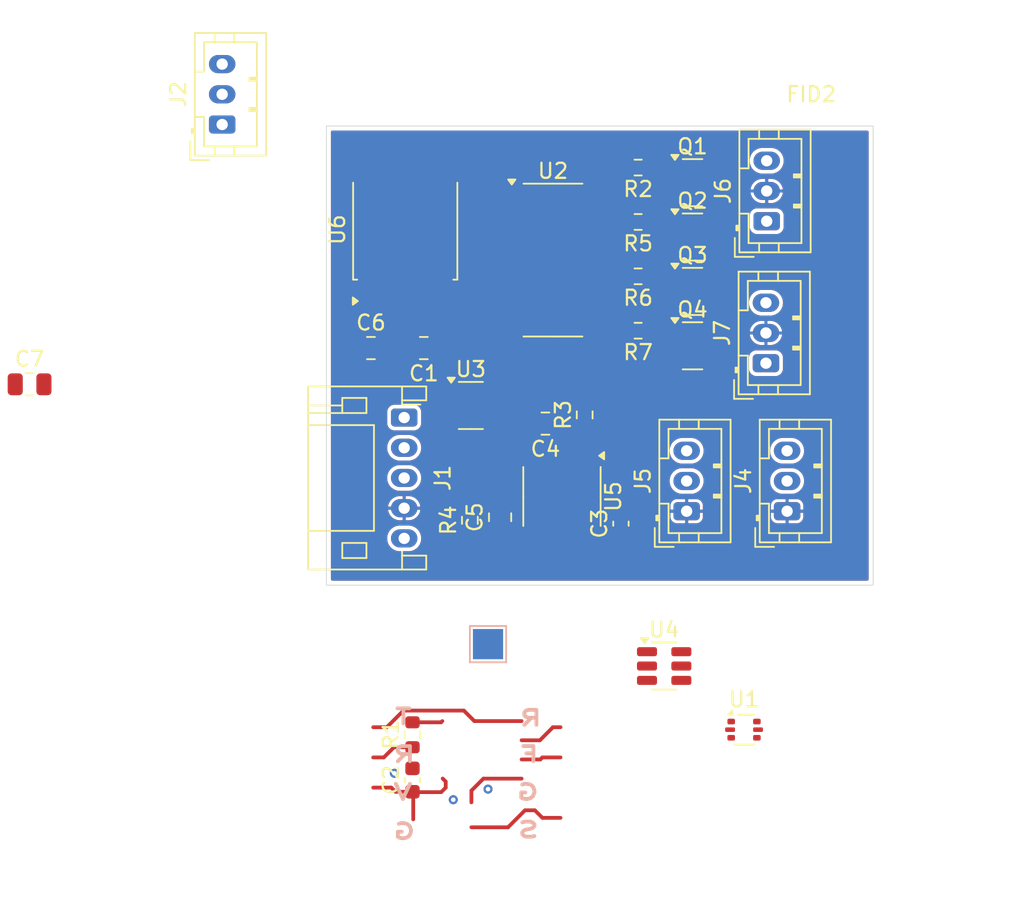
<source format=kicad_pcb>
(kicad_pcb (version 20240108) (generator "pcbnew") (generator_version "8.0")
  (layers (0 "F.Cu" signal) (31 "B.Cu" signal) (34 "B.Paste" user) (35 "F.Paste" user) (36 "B.SilkS" user "B.Silkscreen") (37 "F.SilkS" user "F.Silkscreen") (38 "B.Mask" user) (39 "F.Mask" user) (44 "Edge.Cuts" user))
  (net 0 "")
  (net 1 "+5V")
  (net 2 "GND")
  (net 3 "Net-(J1-Pin_2)")
  (net 5 "/URX")
  (net 6 "/SWIO")
  (net 8 "Net-(Q1-B)")
  (net 22 "Net-(J4-Pin_2)")
  (net 23 "Net-(J5-Pin_2)")
  (net 24 "Net-(U5A-+)")
  (net 25 "Net-(U5B-+)")
  (net 26 "Net-(J6-Pin_3)")
  (net 27 "Net-(J6-Pin_1)")
  (net 28 "Net-(J7-Pin_3)")
  (net 29 "Net-(J7-Pin_1)")
  (net 30 "Net-(Q2-B)")
  (net 31 "Net-(Q3-B)")
  (net 32 "Net-(Q4-B)")
  (net 33 "/F1")
  (net 34 "/PWM1")
  (net 35 "/PWM2")
  (net 36 "/R1")
  (net 55 "+12V")
  (footprint "Package_SO:SOP-16_3.9x9.9mm_P1.27mm" (layer "F.Cu") (at 170.9 75.975)
    (property "Reference" "U2" (at 0 -5.9 0) (layer "F.SilkS"))
    (property "Value" "CH32V003AxMx")
    (fp_line (start 0 -5.06) (end -1.95 -5.06) (stroke (width 0.12)) (layer "F.SilkS"))
    (fp_line (start 0 -5.06) (end 1.95 -5.06) (stroke (width 0.12)) (layer "F.SilkS"))
    (fp_line (start 0 5.06) (end -1.95 5.06) (stroke (width 0.12)) (layer "F.SilkS"))
    (fp_line (start 0 5.06) (end 1.95 5.06) (stroke (width 0.12)) (layer "F.SilkS"))
    (fp_poly (pts (xy -2.725 -5.005) (xy -2.965 -5.335) (xy -2.485 -5.335) (xy -2.725 -5.005)) (stroke (width 0.12)) (fill solid) (layer "F.SilkS"))
    (pad "1" smd roundrect (at -2.5 -4.445) (size 2 0.6) (layers "F.Cu" "F.Paste" "F.Mask"))
    (pad "2" smd roundrect (at -2.5 -3.175) (size 2 0.6) (layers "F.Cu" "F.Paste" "F.Mask"))
    (pad "3" smd roundrect (at -2.5 -1.905) (size 2 0.6) (layers "F.Cu" "F.Paste" "F.Mask"))
    (pad "4" smd roundrect (at -2.5 -0.635) (size 2 0.6) (layers "F.Cu" "F.Paste" "F.Mask"))
    (pad "5" smd roundrect (at -2.5 0.635) (size 2 0.6) (layers "F.Cu" "F.Paste" "F.Mask"))
    (pad "6" smd roundrect (at -2.5 1.905) (size 2 0.6) (layers "F.Cu" "F.Paste" "F.Mask") (net 6 "/SWIO"))
    (pad "7" smd roundrect (at -2.5 3.175) (size 2 0.6) (layers "F.Cu" "F.Paste" "F.Mask"))
    (pad "8" smd roundrect (at -2.5 4.445) (size 2 0.6) (layers "F.Cu" "F.Paste" "F.Mask"))
    (pad "9" smd roundrect (at 2.5 4.445) (size 2 0.6) (layers "F.Cu" "F.Paste" "F.Mask"))
    (pad "10" smd roundrect (at 2.5 3.175) (size 2 0.6) (layers "F.Cu" "F.Paste" "F.Mask"))
    (pad "11" smd roundrect (at 2.5 1.905) (size 2 0.6) (layers "F.Cu" "F.Paste" "F.Mask"))
    (pad "12" smd roundrect (at 2.5 0.635) (size 2 0.6) (layers "F.Cu" "F.Paste" "F.Mask"))
    (pad "13" smd roundrect (at 2.5 -0.635) (size 2 0.6) (layers "F.Cu" "F.Paste" "F.Mask"))
    (pad "14" smd roundrect (at 2.5 -1.905) (size 2 0.6) (layers "F.Cu" "F.Paste" "F.Mask") (net 2 "GND"))
    (pad "15" smd roundrect (at 2.5 -3.175) (size 2 0.6) (layers "F.Cu" "F.Paste" "F.Mask") (net 1 "+5V"))
    (pad "16" smd roundrect (at 2.5 -4.445) (size 2 0.6) (layers "F.Cu" "F.Paste" "F.Mask"))
  )
  (footprint "Package_TO_SOT_SMD:SOT-23" (layer "F.Cu") (at 180.1375 70.85)
    (property "Reference" "Q1" (at 0 -2.4 0) (layer "F.SilkS"))
    (property "Value" "BC817")
    (fp_line (start 0 -1.56) (end -0.65 -1.56) (stroke (width 0.12)) (layer "F.SilkS"))
    (fp_line (start 0 -1.56) (end 0.65 -1.56) (stroke (width 0.12)) (layer "F.SilkS"))
    (fp_line (start 0 1.56) (end -0.65 1.56) (stroke (width 0.12)) (layer "F.SilkS"))
    (fp_line (start 0 1.56) (end 0.65 1.56) (stroke (width 0.12)) (layer "F.SilkS"))
    (fp_poly (pts (xy -1.1625 -1.51) (xy -1.4025 -1.84) (xy -0.9225 -1.84) (xy -1.1625 -1.51)) (stroke (width 0.12)) (fill solid) (layer "F.SilkS"))
    (pad "1" smd roundrect (at -0.9375 -0.95) (size 1.475 0.6) (layers "F.Cu" "F.Paste" "F.Mask") (net 8 "Net-(Q1-B)"))
    (pad "2" smd roundrect (at -0.9375 0.95) (size 1.475 0.6) (layers "F.Cu" "F.Paste" "F.Mask") (net 2 "GND"))
    (pad "3" smd roundrect (at 0.9375 0) (size 1.475 0.6) (layers "F.Cu" "F.Paste" "F.Mask") (net 26 "Net-(J6-Pin_3)"))
  )
  (footprint "Package_TO_SOT_SMD:SOT-23-6" (layer "F.Cu") (at 165.4625 85.6)
    (property "Reference" "U3" (at 0 -2.4 0) (layer "F.SilkS"))
    (property "Value" "USBLC6-2SC6")
    (fp_line (start 0 -1.56) (end -0.8 -1.56) (stroke (width 0.12)) (layer "F.SilkS"))
    (fp_line (start 0 -1.56) (end 0.8 -1.56) (stroke (width 0.12)) (layer "F.SilkS"))
    (fp_line (start 0 1.56) (end -0.8 1.56) (stroke (width 0.12)) (layer "F.SilkS"))
    (fp_line (start 0 1.56) (end 0.8 1.56) (stroke (width 0.12)) (layer "F.SilkS"))
    (fp_poly (pts (xy -1.3 -1.51) (xy -1.54 -1.84) (xy -1.06 -1.84) (xy -1.3 -1.51)) (stroke (width 0.12)) (fill solid) (layer "F.SilkS"))
    (pad "1" smd roundrect (at -1.1375 -0.95) (size 1.325 0.6) (layers "F.Cu" "F.Paste" "F.Mask"))
    (pad "2" smd roundrect (at -1.1375 0) (size 1.325 0.6) (layers "F.Cu" "F.Paste" "F.Mask"))
    (pad "3" smd roundrect (at -1.1375 0.95) (size 1.325 0.6) (layers "F.Cu" "F.Paste" "F.Mask"))
    (pad "4" smd roundrect (at 1.1375 0.95) (size 1.325 0.6) (layers "F.Cu" "F.Paste" "F.Mask"))
    (pad "5" smd roundrect (at 1.1375 0) (size 1.325 0.6) (layers "F.Cu" "F.Paste" "F.Mask"))
    (pad "6" smd roundrect (at 1.1375 -0.95) (size 1.325 0.6) (layers "F.Cu" "F.Paste" "F.Mask"))
  )
  (footprint "Connector_JST:JST_PH_B3B-PH-K_1x03_P2.00mm_Vertical" (layer "F.Cu") (at 179.75 92.600002 90)
    (property "Reference" "J5" (at 2 -2.9 -90) (layer "F.SilkS"))
    (property "Value" "Conn_01x03_Pin")
    (fp_line (start -1.11 -2.11) (end -2.36 -2.11) (stroke (width 0.12)) (layer "F.SilkS"))
    (fp_line (start -2.36 -2.11) (end -2.36 -0.86) (stroke (width 0.12)) (layer "F.SilkS"))
    (fp_line (start -0.3 -2.010001) (end -0.6 -2.010001) (stroke (width 0.12)) (layer "F.SilkS"))
    (fp_line (start -0.6 -2.010001) (end -0.6 -1.81) (stroke (width 0.12)) (layer "F.SilkS"))
    (fp_line (start -0.3 -1.91) (end -0.6 -1.91) (stroke (width 0.12)) (layer "F.SilkS"))
    (fp_line (start 6.06 -1.81) (end -2.06 -1.81) (stroke (width 0.12)) (layer "F.SilkS"))
    (fp_line (start 0.5 -1.81) (end 0.5 -1.200001) (stroke (width 0.12)) (layer "F.SilkS"))
    (fp_line (start -0.3 -1.81) (end -0.3 -2.010001) (stroke (width 0.12)) (layer "F.SilkS"))
    (fp_line (start -2.06 -1.81) (end -2.06 2.91) (stroke (width 0.12)) (layer "F.SilkS"))
    (fp_line (start 0.5 -1.200001) (end -1.45 -1.2) (stroke (width 0.12)) (layer "F.SilkS"))
    (fp_line (start 5.45 -1.2) (end 3.5 -1.2) (stroke (width 0.12)) (layer "F.SilkS"))
    (fp_line (start 3.5 -1.2) (end 3.5 -1.81) (stroke (width 0.12)) (layer "F.SilkS"))
    (fp_line (start -1.45 -1.2) (end -1.45 2.3) (stroke (width 0.12)) (layer "F.SilkS"))
    (fp_line (start 6.06 -0.499999) (end 5.45 -0.499999) (stroke (width 0.12)) (layer "F.SilkS"))
    (fp_line (start -2.06 -0.499999) (end -1.45 -0.5) (stroke (width 0.12)) (layer "F.SilkS"))
    (fp_line (start -2.06 0.799999) (end -1.45 0.8) (stroke (width 0.12)) (layer "F.SilkS"))
    (fp_line (start 6.060001 0.8) (end 5.45 0.799999) (stroke (width 0.12)) (layer "F.SilkS"))
    (fp_line (start 3.1 1.8) (end 3.1 2.300001) (stroke (width 0.12)) (layer "F.SilkS"))
    (fp_line (start 2.9 1.8) (end 3.1 1.8) (stroke (width 0.12)) (layer "F.SilkS"))
    (fp_line (start 1.1 1.8) (end 1.1 2.3) (stroke (width 0.12)) (layer "F.SilkS"))
    (fp_line (start 0.9 1.8) (end 1.1 1.8) (stroke (width 0.12)) (layer "F.SilkS"))
    (fp_line (start 3 2.3) (end 3 1.8) (stroke (width 0.12)) (layer "F.SilkS"))
    (fp_line (start 2.9 2.3) (end 2.9 1.8) (stroke (width 0.12)) (layer "F.SilkS"))
    (fp_line (start 1 2.3) (end 1 1.8) (stroke (width 0.12)) (layer "F.SilkS"))
    (fp_line (start 0.900001 2.3) (end 0.9 1.8) (stroke (width 0.12)) (layer "F.SilkS"))
    (fp_line (start -1.45 2.3) (end 5.45 2.300001) (stroke (width 0.12)) (layer "F.SilkS"))
    (fp_line (start 5.45 2.300001) (end 5.45 -1.2) (stroke (width 0.12)) (layer "F.SilkS"))
    (fp_line (start 6.06 2.91) (end 6.06 -1.81) (stroke (width 0.12)) (layer "F.SilkS"))
    (fp_line (start -2.06 2.91) (end 6.06 2.91) (stroke (width 0.12)) (layer "F.SilkS"))
    (pad "1" thru_hole roundrect (at 0 0 90) (size 1.2 1.75) (drill 0.75) (layers "*.Cu" "*.Mask") (roundrect_rratio 0.208333) (net 2 "GND"))
    (pad "2" thru_hole oval (at 2.000001 0 90) (size 1.2 1.75) (drill 0.75) (layers "*.Cu" "*.Mask") (net 23 "Net-(J5-Pin_2)"))
    (pad "3" thru_hole oval (at 4 0 90) (size 1.2 1.75) (drill 0.75) (layers "*.Cu" "*.Mask") (net 1 "+5V"))
  )
  (footprint "Capacitor_SMD:C_0805_2012Metric" (layer "F.Cu") (at 158.85 81.8)
    (property "Reference" "C6" (at 0 -1.68 0) (layer "F.SilkS"))
    (property "Value" "10uF")
    (fp_line (start -0.261252 -0.735) (end 0.261252 -0.735) (stroke (width 0.12)) (layer "F.SilkS"))
    (fp_line (start -0.261252 0.735) (end 0.261252 0.735) (stroke (width 0.12)) (layer "F.SilkS"))
    (pad "1" smd roundrect (at -0.95 0) (size 1 1.45) (layers "F.Cu" "F.Paste" "F.Mask") (net 55 "+12V"))
    (pad "2" smd roundrect (at 0.95 0) (size 1 1.45) (layers "F.Cu" "F.Paste" "F.Mask") (net 2 "GND"))
  )
  (footprint "Resistor_SMD:R_0603_1608Metric" (layer "F.Cu") (at 176.5375 69.85 180)
    (property "Reference" "R2" (at 0 -1.43 180) (layer "F.SilkS"))
    (property "Value" "4.7k")
    (fp_line (start -0.237258 0.5225) (end 0.237258 0.5225) (stroke (width 0.12)) (layer "F.SilkS"))
    (fp_line (start -0.237258 -0.5225) (end 0.237258 -0.5225) (stroke (width 0.12)) (layer "F.SilkS"))
    (pad "1" smd roundrect (at -0.825 0 180) (size 0.8 0.95) (layers "F.Cu" "F.Paste" "F.Mask") (net 8 "Net-(Q1-B)"))
    (pad "2" smd roundrect (at 0.825 0 180) (size 0.8 0.95) (layers "F.Cu" "F.Paste" "F.Mask") (net 33 "/F1"))
  )
  (footprint "Connector_JST:JST_PH_B3B-PH-K_1x03_P2.00mm_Vertical" (layer "F.Cu") (at 149 67 90)
    (property "Reference" "J2" (at 2 -2.9 -90) (layer "F.SilkS"))
    (property "Value" "Conn_01x03_Pin")
    (fp_line (start -1.11 -2.11) (end -2.36 -2.11) (stroke (width 0.12)) (layer "F.SilkS"))
    (fp_line (start -2.36 -2.11) (end -2.36 -0.86) (stroke (width 0.12)) (layer "F.SilkS"))
    (fp_line (start -0.3 -2.010001) (end -0.6 -2.010001) (stroke (width 0.12)) (layer "F.SilkS"))
    (fp_line (start -0.6 -2.010001) (end -0.6 -1.81) (stroke (width 0.12)) (layer "F.SilkS"))
    (fp_line (start -0.3 -1.91) (end -0.6 -1.91) (stroke (width 0.12)) (layer "F.SilkS"))
    (fp_line (start 6.06 -1.81) (end -2.06 -1.81) (stroke (width 0.12)) (layer "F.SilkS"))
    (fp_line (start 0.5 -1.81) (end 0.5 -1.200001) (stroke (width 0.12)) (layer "F.SilkS"))
    (fp_line (start -0.3 -1.81) (end -0.3 -2.010001) (stroke (width 0.12)) (layer "F.SilkS"))
    (fp_line (start -2.06 -1.81) (end -2.06 2.91) (stroke (width 0.12)) (layer "F.SilkS"))
    (fp_line (start 0.5 -1.200001) (end -1.45 -1.2) (stroke (width 0.12)) (layer "F.SilkS"))
    (fp_line (start 5.45 -1.2) (end 3.5 -1.2) (stroke (width 0.12)) (layer "F.SilkS"))
    (fp_line (start 3.5 -1.2) (end 3.5 -1.81) (stroke (width 0.12)) (layer "F.SilkS"))
    (fp_line (start -1.45 -1.2) (end -1.45 2.3) (stroke (width 0.12)) (layer "F.SilkS"))
    (fp_line (start 6.06 -0.499999) (end 5.45 -0.499999) (stroke (width 0.12)) (layer "F.SilkS"))
    (fp_line (start -2.06 -0.499999) (end -1.45 -0.5) (stroke (width 0.12)) (layer "F.SilkS"))
    (fp_line (start -2.06 0.799999) (end -1.45 0.8) (stroke (width 0.12)) (layer "F.SilkS"))
    (fp_line (start 6.060001 0.8) (end 5.45 0.799999) (stroke (width 0.12)) (layer "F.SilkS"))
    (fp_line (start 3.1 1.8) (end 3.1 2.300001) (stroke (width 0.12)) (layer "F.SilkS"))
    (fp_line (start 2.9 1.8) (end 3.1 1.8) (stroke (width 0.12)) (layer "F.SilkS"))
    (fp_line (start 1.1 1.8) (end 1.1 2.3) (stroke (width 0.12)) (layer "F.SilkS"))
    (fp_line (start 0.9 1.8) (end 1.1 1.8) (stroke (width 0.12)) (layer "F.SilkS"))
    (fp_line (start 3 2.3) (end 3 1.8) (stroke (width 0.12)) (layer "F.SilkS"))
    (fp_line (start 2.9 2.3) (end 2.9 1.8) (stroke (width 0.12)) (layer "F.SilkS"))
    (fp_line (start 1 2.3) (end 1 1.8) (stroke (width 0.12)) (layer "F.SilkS"))
    (fp_line (start 0.900001 2.3) (end 0.9 1.8) (stroke (width 0.12)) (layer "F.SilkS"))
    (fp_line (start -1.45 2.3) (end 5.45 2.300001) (stroke (width 0.12)) (layer "F.SilkS"))
    (fp_line (start 5.45 2.300001) (end 5.45 -1.2) (stroke (width 0.12)) (layer "F.SilkS"))
    (fp_line (start 6.06 2.91) (end 6.06 -1.81) (stroke (width 0.12)) (layer "F.SilkS"))
    (fp_line (start -2.06 2.91) (end 6.06 2.91) (stroke (width 0.12)) (layer "F.SilkS"))
    (pad "1" thru_hole roundrect (at 0 0 90) (size 1.2 1.75) (drill 0.75) (layers "*.Cu" "*.Mask") (roundrect_rratio 0.208333) (net 1 "+5V"))
    (pad "2" thru_hole oval (at 2.000001 0 90) (size 1.2 1.75) (drill 0.75) (layers "*.Cu" "*.Mask") (net 6 "/SWIO"))
    (pad "3" thru_hole oval (at 4 0 90) (size 1.2 1.75) (drill 0.75) (layers "*.Cu" "*.Mask") (net 2 "GND"))
  )
  (footprint "Capacitor_SMD:C_0805_2012Metric" (layer "F.Cu") (at 170.4 86.8 180)
    (property "Reference" "C4" (at 0 -1.679999 180) (layer "F.SilkS"))
    (property "Value" "10uF")
    (fp_line (start -0.261253 0.735) (end 0.261253 0.735) (stroke (width 0.12)) (layer "F.SilkS"))
    (fp_line (start -0.261253 -0.735) (end 0.261253 -0.735) (stroke (width 0.12)) (layer "F.SilkS"))
    (pad "1" smd roundrect (at -0.949999 0 180) (size 1 1.45) (layers "F.Cu" "F.Paste" "F.Mask") (net 24 "Net-(U5A-+)"))
    (pad "2" smd roundrect (at 0.949999 0 180) (size 1 1.45) (layers "F.Cu" "F.Paste" "F.Mask") (net 2 "GND"))
  )
  (footprint "Connector_JST:JST_PH_B3B-PH-K_1x03_P2.00mm_Vertical" (layer "F.Cu") (at 186.4 92.600001 90)
    (property "Reference" "J4" (at 2 -2.9 -90) (layer "F.SilkS"))
    (property "Value" "Conn_01x03_Pin")
    (fp_line (start -1.11 -2.11) (end -2.36 -2.11) (stroke (width 0.12)) (layer "F.SilkS"))
    (fp_line (start -2.36 -2.11) (end -2.36 -0.86) (stroke (width 0.12)) (layer "F.SilkS"))
    (fp_line (start -0.3 -2.010001) (end -0.6 -2.010001) (stroke (width 0.12)) (layer "F.SilkS"))
    (fp_line (start -0.6 -2.010001) (end -0.6 -1.81) (stroke (width 0.12)) (layer "F.SilkS"))
    (fp_line (start -0.3 -1.91) (end -0.6 -1.91) (stroke (width 0.12)) (layer "F.SilkS"))
    (fp_line (start 6.06 -1.81) (end -2.06 -1.81) (stroke (width 0.12)) (layer "F.SilkS"))
    (fp_line (start 0.5 -1.81) (end 0.5 -1.200001) (stroke (width 0.12)) (layer "F.SilkS"))
    (fp_line (start -0.3 -1.81) (end -0.3 -2.010001) (stroke (width 0.12)) (layer "F.SilkS"))
    (fp_line (start -2.06 -1.81) (end -2.06 2.91) (stroke (width 0.12)) (layer "F.SilkS"))
    (fp_line (start 0.5 -1.200001) (end -1.45 -1.2) (stroke (width 0.12)) (layer "F.SilkS"))
    (fp_line (start 5.45 -1.2) (end 3.5 -1.2) (stroke (width 0.12)) (layer "F.SilkS"))
    (fp_line (start 3.5 -1.2) (end 3.5 -1.81) (stroke (width 0.12)) (layer "F.SilkS"))
    (fp_line (start -1.45 -1.2) (end -1.45 2.3) (stroke (width 0.12)) (layer "F.SilkS"))
    (fp_line (start 6.06 -0.499999) (end 5.45 -0.499999) (stroke (width 0.12)) (layer "F.SilkS"))
    (fp_line (start -2.06 -0.499999) (end -1.45 -0.5) (stroke (width 0.12)) (layer "F.SilkS"))
    (fp_line (start -2.06 0.799999) (end -1.45 0.8) (stroke (width 0.12)) (layer "F.SilkS"))
    (fp_line (start 6.060001 0.8) (end 5.45 0.799999) (stroke (width 0.12)) (layer "F.SilkS"))
    (fp_line (start 3.1 1.8) (end 3.1 2.300001) (stroke (width 0.12)) (layer "F.SilkS"))
    (fp_line (start 2.9 1.8) (end 3.1 1.8) (stroke (width 0.12)) (layer "F.SilkS"))
    (fp_line (start 1.1 1.8) (end 1.1 2.3) (stroke (width 0.12)) (layer "F.SilkS"))
    (fp_line (start 0.9 1.8) (end 1.1 1.8) (stroke (width 0.12)) (layer "F.SilkS"))
    (fp_line (start 3 2.3) (end 3 1.8) (stroke (width 0.12)) (layer "F.SilkS"))
    (fp_line (start 2.9 2.3) (end 2.9 1.8) (stroke (width 0.12)) (layer "F.SilkS"))
    (fp_line (start 1 2.3) (end 1 1.8) (stroke (width 0.12)) (layer "F.SilkS"))
    (fp_line (start 0.900001 2.3) (end 0.9 1.8) (stroke (width 0.12)) (layer "F.SilkS"))
    (fp_line (start -1.45 2.3) (end 5.45 2.300001) (stroke (width 0.12)) (layer "F.SilkS"))
    (fp_line (start 5.45 2.300001) (end 5.45 -1.2) (stroke (width 0.12)) (layer "F.SilkS"))
    (fp_line (start 6.06 2.91) (end 6.06 -1.81) (stroke (width 0.12)) (layer "F.SilkS"))
    (fp_line (start -2.06 2.91) (end 6.06 2.91) (stroke (width 0.12)) (layer "F.SilkS"))
    (pad "1" thru_hole roundrect (at 0 0 90) (size 1.2 1.75) (drill 0.75) (layers "*.Cu" "*.Mask") (roundrect_rratio 0.208333) (net 2 "GND"))
    (pad "2" thru_hole oval (at 2.000001 0 90) (size 1.2 1.75) (drill 0.75) (layers "*.Cu" "*.Mask") (net 22 "Net-(J4-Pin_2)"))
    (pad "3" thru_hole oval (at 4 0 90) (size 1.2 1.75) (drill 0.75) (layers "*.Cu" "*.Mask") (net 1 "+5V"))
  )
  (footprint "Package_TO_SOT_SMD:SOT-23" (layer "F.Cu") (at 180.1375 74.45)
    (property "Reference" "Q2" (at 0 -2.4 0) (layer "F.SilkS"))
    (property "Value" "BC817")
    (fp_line (start 0 -1.56) (end -0.65 -1.56) (stroke (width 0.12)) (layer "F.SilkS"))
    (fp_line (start 0 -1.56) (end 0.65 -1.56) (stroke (width 0.12)) (layer "F.SilkS"))
    (fp_line (start 0 1.56) (end -0.65 1.56) (stroke (width 0.12)) (layer "F.SilkS"))
    (fp_line (start 0 1.56) (end 0.65 1.56) (stroke (width 0.12)) (layer "F.SilkS"))
    (fp_poly (pts (xy -1.1625 -1.51) (xy -1.4025 -1.84) (xy -0.9225 -1.84) (xy -1.1625 -1.51)) (stroke (width 0.12)) (fill solid) (layer "F.SilkS"))
    (pad "1" smd roundrect (at -0.9375 -0.95) (size 1.475 0.6) (layers "F.Cu" "F.Paste" "F.Mask") (net 30 "Net-(Q2-B)"))
    (pad "2" smd roundrect (at -0.9375 0.95) (size 1.475 0.6) (layers "F.Cu" "F.Paste" "F.Mask") (net 2 "GND"))
    (pad "3" smd roundrect (at 0.9375 0) (size 1.475 0.6) (layers "F.Cu" "F.Paste" "F.Mask") (net 27 "Net-(J6-Pin_1)"))
  )
  (footprint "Fiducial:Fiducial_1mm_Mask2mm" (layer "F.Cu") (at 190 69)
    (property "Reference" "FID2" (at -2 -4 0) (layer "F.SilkS"))
    (property "Value" "Fiducial" (hide yes))
    (pad "" smd circle (at 0 0) (size 1 1) (layers "F.Cu" "F.Mask") (clearance 0.5))
  )
  (footprint "Resistor_SMD:R_0603_1608Metric" (layer "F.Cu") (at 176.5375 73.45 180)
    (property "Reference" "R5" (at 0 -1.43 180) (layer "F.SilkS"))
    (property "Value" "4.7k")
    (fp_line (start -0.237258 0.5225) (end 0.237258 0.5225) (stroke (width 0.12)) (layer "F.SilkS"))
    (fp_line (start -0.237258 -0.5225) (end 0.237258 -0.5225) (stroke (width 0.12)) (layer "F.SilkS"))
    (pad "1" smd roundrect (at -0.825 0 180) (size 0.8 0.95) (layers "F.Cu" "F.Paste" "F.Mask") (net 30 "Net-(Q2-B)"))
    (pad "2" smd roundrect (at 0.825 0 180) (size 0.8 0.95) (layers "F.Cu" "F.Paste" "F.Mask") (net 36 "/R1"))
  )
  (footprint "Capacitor_SMD:C_0805_2012Metric" (layer "F.Cu") (at 162.349999 81.8 180)
    (property "Reference" "C1" (at 0 -1.679999 180) (layer "F.SilkS"))
    (property "Value" "10uF" (hide yes))
    (fp_line (start -0.261253 0.735) (end 0.261253 0.735) (stroke (width 0.12)) (layer "F.SilkS"))
    (fp_line (start -0.261253 -0.735) (end 0.261253 -0.735) (stroke (width 0.12)) (layer "F.SilkS"))
    (pad "1" smd roundrect (at -0.949999 0 180) (size 1 1.45) (layers "F.Cu" "F.Paste" "F.Mask") (net 1 "+5V"))
    (pad "2" smd roundrect (at 0.949999 0 180) (size 1 1.45) (layers "F.Cu" "F.Paste" "F.Mask") (net 2 "GND"))
  )
  (footprint "Resistor_SMD:R_0603_1608Metric" (layer "F.Cu") (at 176.5375 80.65 180)
    (property "Reference" "R7" (at 0 -1.43 180) (layer "F.SilkS"))
    (property "Value" "4.7k")
    (fp_line (start -0.237258 0.5225) (end 0.237258 0.5225) (stroke (width 0.12)) (layer "F.SilkS"))
    (fp_line (start -0.237258 -0.5225) (end 0.237258 -0.5225) (stroke (width 0.12)) (layer "F.SilkS"))
    (pad "1" smd roundrect (at -0.825 0 180) (size 0.8 0.95) (layers "F.Cu" "F.Paste" "F.Mask") (net 32 "Net-(Q4-B)"))
    (pad "2" smd roundrect (at 0.825 0 180) (size 0.8 0.95) (layers "F.Cu" "F.Paste" "F.Mask") (net 36 "/R1"))
  )
  (footprint "Capacitor_SMD:C_0805_2012Metric" (layer "F.Cu") (at 136.25 84.2)
    (property "Reference" "C7" (at 0 -1.68 0) (layer "F.SilkS"))
    (property "Value" "10uF")
    (fp_line (start -0.261252 -0.735) (end 0.261252 -0.735) (stroke (width 0.12)) (layer "F.SilkS"))
    (fp_line (start -0.261252 0.735) (end 0.261252 0.735) (stroke (width 0.12)) (layer "F.SilkS"))
    (pad "1" smd roundrect (at -0.95 0) (size 1 1.45) (layers "F.Cu" "F.Paste" "F.Mask") (net 1 "+5V"))
    (pad "2" smd roundrect (at 0.95 0) (size 1 1.45) (layers "F.Cu" "F.Paste" "F.Mask") (net 2 "GND"))
  )
  (footprint "Capacitor_SMD:C_0603_1608Metric" (layer "F.Cu") (at 175.4 93.425 90)
    (property "Reference" "C3" (at 0 -1.43 -90) (layer "F.SilkS"))
    (property "Value" "0.1uF")
    (fp_line (start -0.140581 -0.51) (end 0.140581 -0.51) (stroke (width 0.12)) (layer "F.SilkS"))
    (fp_line (start -0.140581 0.51) (end 0.140581 0.51) (stroke (width 0.12)) (layer "F.SilkS"))
    (pad "1" smd roundrect (at -0.775 0 90) (size 0.9 0.95) (layers "F.Cu" "F.Paste" "F.Mask") (net 1 "+5V"))
    (pad "2" smd roundrect (at 0.775 0 90) (size 0.9 0.95) (layers "F.Cu" "F.Paste" "F.Mask") (net 2 "GND"))
  )
  (footprint "Package_TO_SOT_SMD:SOT-23" (layer "F.Cu") (at 180.1375 78.05)
    (property "Reference" "Q3" (at 0 -2.4 0) (layer "F.SilkS"))
    (property "Value" "BC817")
    (fp_line (start 0 -1.56) (end -0.65 -1.56) (stroke (width 0.12)) (layer "F.SilkS"))
    (fp_line (start 0 -1.56) (end 0.65 -1.56) (stroke (width 0.12)) (layer "F.SilkS"))
    (fp_line (start 0 1.56) (end -0.65 1.56) (stroke (width 0.12)) (layer "F.SilkS"))
    (fp_line (start 0 1.56) (end 0.65 1.56) (stroke (width 0.12)) (layer "F.SilkS"))
    (fp_poly (pts (xy -1.1625 -1.51) (xy -1.4025 -1.84) (xy -0.9225 -1.84) (xy -1.1625 -1.51)) (stroke (width 0.12)) (fill solid) (layer "F.SilkS"))
    (pad "1" smd roundrect (at -0.9375 -0.95) (size 1.475 0.6) (layers "F.Cu" "F.Paste" "F.Mask") (net 31 "Net-(Q3-B)"))
    (pad "2" smd roundrect (at -0.9375 0.95) (size 1.475 0.6) (layers "F.Cu" "F.Paste" "F.Mask") (net 2 "GND"))
    (pad "3" smd roundrect (at 0.9375 0) (size 1.475 0.6) (layers "F.Cu" "F.Paste" "F.Mask") (net 28 "Net-(J7-Pin_3)"))
  )
  (footprint "Package_SO:SO-8_3.9x4.9mm_P1.27mm" (layer "F.Cu") (at 171.495001 91.625 -90)
    (property "Reference" "U5" (at 0 -3.4 90) (layer "F.SilkS"))
    (property "Value" "MCP6002-xSN")
    (fp_line (start 0 2.559999) (end -1.95 2.56) (stroke (width 0.12)) (layer "F.SilkS"))
    (fp_line (start 0 2.559999) (end 1.95 2.56) (stroke (width 0.12)) (layer "F.SilkS"))
    (fp_line (start 0 -2.559999) (end -1.95 -2.56) (stroke (width 0.12)) (layer "F.SilkS"))
    (fp_line (start 0 -2.559999) (end 1.95 -2.56) (stroke (width 0.12)) (layer "F.SilkS"))
    (fp_poly (pts (xy -2.7 -2.465) (xy -2.939999 -2.795) (xy -2.46 -2.795) (xy -2.7 -2.465)) (stroke (width 0.12)) (fill solid) (layer "F.SilkS"))
    (pad "1" smd roundrect (at -2.575 -1.904999 270) (size 1.75 0.6) (layers "F.Cu" "F.Paste" "F.Mask") (net 22 "Net-(J4-Pin_2)"))
    (pad "2" smd roundrect (at -2.575 -0.635 270) (size 1.75 0.6) (layers "F.Cu" "F.Paste" "F.Mask") (net 22 "Net-(J4-Pin_2)"))
    (pad "3" smd roundrect (at -2.575 0.635 270) (size 1.75 0.6) (layers "F.Cu" "F.Paste" "F.Mask") (net 24 "Net-(U5A-+)"))
    (pad "4" smd roundrect (at -2.575 1.904999 270) (size 1.75 0.6) (layers "F.Cu" "F.Paste" "F.Mask") (net 2 "GND"))
    (pad "5" smd roundrect (at 2.575 1.904999 270) (size 1.75 0.6) (layers "F.Cu" "F.Paste" "F.Mask") (net 25 "Net-(U5B-+)"))
    (pad "6" smd roundrect (at 2.575 0.635 270) (size 1.75 0.6) (layers "F.Cu" "F.Paste" "F.Mask") (net 23 "Net-(J5-Pin_2)"))
    (pad "7" smd roundrect (at 2.575 -0.635 270) (size 1.75 0.6) (layers "F.Cu" "F.Paste" "F.Mask") (net 23 "Net-(J5-Pin_2)"))
    (pad "8" smd roundrect (at 2.575 -1.904999 270) (size 1.75 0.6) (layers "F.Cu" "F.Paste" "F.Mask") (net 1 "+5V"))
  )
  (footprint "Package_TO_SOT_SMD:TO-252-2" (layer "F.Cu") (at 161.12 73.96 90)
    (property "Reference" "U6" (at 0 -4.500001 270) (layer "F.SilkS"))
    (property "Value" "L7805")
    (fp_line (start -3.31 -3.45) (end -3.31 -3.18) (stroke (width 0.12)) (layer "F.SilkS"))
    (fp_line (start 3.11 -3.449999) (end -3.31 -3.45) (stroke (width 0.12)) (layer "F.SilkS"))
    (fp_line (start 3.11 3.449999) (end -3.31 3.45) (stroke (width 0.12)) (layer "F.SilkS"))
    (fp_line (start -3.31 3.45) (end -3.31 3.18) (stroke (width 0.12)) (layer "F.SilkS"))
    (fp_poly (pts (xy -4.73 -3.14) (xy -4.97 -3.47) (xy -4.49 -3.47) (xy -4.73 -3.14)) (stroke (width 0.12)) (fill solid) (layer "F.SilkS"))
    (pad "1" smd roundrect (at -5.04 -2.28 90) (size 2.2 1.2) (layers "F.Cu" "F.Paste" "F.Mask") (roundrect_rratio 0.208333) (net 55 "+12V"))
    (pad "2" smd roundrect (at -0.415 -1.525 90) (size 3.05 2.75) (layers "F.Cu" "F.Paste") (roundrect_rratio 0.090909) (net 2 "GND"))
    (pad "2" smd roundrect (at -0.415 1.525 90) (size 3.05 2.75) (layers "F.Cu" "F.Paste") (roundrect_rratio 0.090909) (net 2 "GND"))
    (pad "2" smd roundrect (at 1.260001 0 90) (size 6.4 5.8) (layers "F.Cu" "F.Mask") (roundrect_rratio 0.043103) (net 2 "GND"))
    (pad "2" smd roundrect (at 2.935 -1.525 90) (size 3.05 2.75) (layers "F.Cu" "F.Paste") (roundrect_rratio 0.090909) (net 2 "GND"))
    (pad "2" smd roundrect (at 2.935 1.525 90) (size 3.05 2.75) (layers "F.Cu" "F.Paste") (roundrect_rratio 0.090909) (net 2 "GND"))
    (pad "3" smd roundrect (at -5.04 2.28 90) (size 2.2 1.2) (layers "F.Cu" "F.Paste" "F.Mask") (roundrect_rratio 0.208333) (net 1 "+5V"))
  )
  (footprint "Resistor_SMD:R_0603_1608Metric" (layer "F.Cu") (at 161.6 107.4 90)
    (property "Reference" "R1" (at 0 -1.43 -90) (layer "F.SilkS"))
    (property "Value" "4.7k" (hide yes))
    (fp_line (start -0.237258 -0.5225) (end 0.237258 -0.5225) (stroke (width 0.12)) (layer "F.SilkS"))
    (fp_line (start -0.237258 0.5225) (end 0.237258 0.5225) (stroke (width 0.12)) (layer "F.SilkS"))
    (pad "1" smd roundrect (at -0.825 0 90) (size 0.8 0.95) (layers "F.Cu" "F.Paste" "F.Mask") (net 3 "Net-(J1-Pin_2)"))
    (pad "2" smd roundrect (at 0.825 0 90) (size 0.8 0.95) (layers "F.Cu" "F.Paste" "F.Mask") (net 5 "/URX"))
  )
  (footprint "Capacitor_SMD:C_0805_2012Metric" (layer "F.Cu") (at 167.4 93 90)
    (property "Reference" "C5" (at 0 -1.679999 -90) (layer "F.SilkS"))
    (property "Value" "10uF")
    (fp_line (start -0.261253 -0.735) (end 0.261253 -0.735) (stroke (width 0.12)) (layer "F.SilkS"))
    (fp_line (start -0.261253 0.735) (end 0.261253 0.735) (stroke (width 0.12)) (layer "F.SilkS"))
    (pad "1" smd roundrect (at -0.949999 0 90) (size 1 1.45) (layers "F.Cu" "F.Paste" "F.Mask") (net 25 "Net-(U5B-+)"))
    (pad "2" smd roundrect (at 0.949999 0 90) (size 1 1.45) (layers "F.Cu" "F.Paste" "F.Mask") (net 2 "GND"))
  )
  (footprint "Package_TO_SOT_SMD:SOT-23" (layer "F.Cu") (at 180.1375 81.65)
    (property "Reference" "Q4" (at 0 -2.4 0) (layer "F.SilkS"))
    (property "Value" "BC817")
    (fp_line (start 0 -1.56) (end -0.65 -1.56) (stroke (width 0.12)) (layer "F.SilkS"))
    (fp_line (start 0 -1.56) (end 0.65 -1.56) (stroke (width 0.12)) (layer "F.SilkS"))
    (fp_line (start 0 1.56) (end -0.65 1.56) (stroke (width 0.12)) (layer "F.SilkS"))
    (fp_line (start 0 1.56) (end 0.65 1.56) (stroke (width 0.12)) (layer "F.SilkS"))
    (fp_poly (pts (xy -1.1625 -1.51) (xy -1.4025 -1.84) (xy -0.9225 -1.84) (xy -1.1625 -1.51)) (stroke (width 0.12)) (fill solid) (layer "F.SilkS"))
    (pad "1" smd roundrect (at -0.9375 -0.95) (size 1.475 0.6) (layers "F.Cu" "F.Paste" "F.Mask") (net 32 "Net-(Q4-B)"))
    (pad "2" smd roundrect (at -0.9375 0.95) (size 1.475 0.6) (layers "F.Cu" "F.Paste" "F.Mask") (net 2 "GND"))
    (pad "3" smd roundrect (at 0.9375 0) (size 1.475 0.6) (layers "F.Cu" "F.Paste" "F.Mask") (net 29 "Net-(J7-Pin_1)"))
  )
  (footprint "Fiducial:Fiducial_1mm_Mask2mm" (layer "F.Cu") (at 158 96)
    (property "Reference" "FID1" (hide yes))
    (property "Value" "Fiducial" (hide yes))
    (pad "" smd circle (at 0 0) (size 1 1) (layers "F.Cu" "F.Mask") (clearance 0.5))
  )
  (footprint "Resistor_SMD:R_0603_1608Metric" (layer "F.Cu") (at 165.4 93.2 90)
    (property "Reference" "R4" (at 0 -1.43 -90) (layer "F.SilkS"))
    (property "Value" "4.7k")
    (fp_line (start -0.237258 -0.5225) (end 0.237258 -0.5225) (stroke (width 0.12)) (layer "F.SilkS"))
    (fp_line (start -0.237258 0.5225) (end 0.237258 0.5225) (stroke (width 0.12)) (layer "F.SilkS"))
    (pad "1" smd roundrect (at -0.825 0 90) (size 0.8 0.95) (layers "F.Cu" "F.Paste" "F.Mask") (net 25 "Net-(U5B-+)"))
    (pad "2" smd roundrect (at 0.825 0 90) (size 0.8 0.95) (layers "F.Cu" "F.Paste" "F.Mask") (net 35 "/PWM2"))
  )
  (footprint "Connector_JST:JST_PH_B3B-PH-K_1x03_P2.00mm_Vertical" (layer "F.Cu") (at 185.05 73.4 90)
    (property "Reference" "J6" (at 2 -2.9 -90) (layer "F.SilkS"))
    (property "Value" "Conn_01x03_Pin")
    (fp_line (start -1.11 -2.11) (end -2.36 -2.11) (stroke (width 0.12)) (layer "F.SilkS"))
    (fp_line (start -2.36 -2.11) (end -2.36 -0.86) (stroke (width 0.12)) (layer "F.SilkS"))
    (fp_line (start -0.3 -2.010001) (end -0.6 -2.010001) (stroke (width 0.12)) (layer "F.SilkS"))
    (fp_line (start -0.6 -2.010001) (end -0.6 -1.81) (stroke (width 0.12)) (layer "F.SilkS"))
    (fp_line (start -0.3 -1.91) (end -0.6 -1.91) (stroke (width 0.12)) (layer "F.SilkS"))
    (fp_line (start 6.06 -1.81) (end -2.06 -1.81) (stroke (width 0.12)) (layer "F.SilkS"))
    (fp_line (start 0.5 -1.81) (end 0.5 -1.200001) (stroke (width 0.12)) (layer "F.SilkS"))
    (fp_line (start -0.3 -1.81) (end -0.3 -2.010001) (stroke (width 0.12)) (layer "F.SilkS"))
    (fp_line (start -2.06 -1.81) (end -2.06 2.91) (stroke (width 0.12)) (layer "F.SilkS"))
    (fp_line (start 0.5 -1.200001) (end -1.45 -1.2) (stroke (width 0.12)) (layer "F.SilkS"))
    (fp_line (start 5.45 -1.2) (end 3.5 -1.2) (stroke (width 0.12)) (layer "F.SilkS"))
    (fp_line (start 3.5 -1.2) (end 3.5 -1.81) (stroke (width 0.12)) (layer "F.SilkS"))
    (fp_line (start -1.45 -1.2) (end -1.45 2.3) (stroke (width 0.12)) (layer "F.SilkS"))
    (fp_line (start 6.06 -0.499999) (end 5.45 -0.499999) (stroke (width 0.12)) (layer "F.SilkS"))
    (fp_line (start -2.06 -0.499999) (end -1.45 -0.5) (stroke (width 0.12)) (layer "F.SilkS"))
    (fp_line (start -2.06 0.799999) (end -1.45 0.8) (stroke (width 0.12)) (layer "F.SilkS"))
    (fp_line (start 6.060001 0.8) (end 5.45 0.799999) (stroke (width 0.12)) (layer "F.SilkS"))
    (fp_line (start 3.1 1.8) (end 3.1 2.300001) (stroke (width 0.12)) (layer "F.SilkS"))
    (fp_line (start 2.9 1.8) (end 3.1 1.8) (stroke (width 0.12)) (layer "F.SilkS"))
    (fp_line (start 1.1 1.8) (end 1.1 2.3) (stroke (width 0.12)) (layer "F.SilkS"))
    (fp_line (start 0.9 1.8) (end 1.1 1.8) (stroke (width 0.12)) (layer "F.SilkS"))
    (fp_line (start 3 2.3) (end 3 1.8) (stroke (width 0.12)) (layer "F.SilkS"))
    (fp_line (start 2.9 2.3) (end 2.9 1.8) (stroke (width 0.12)) (layer "F.SilkS"))
    (fp_line (start 1 2.3) (end 1 1.8) (stroke (width 0.12)) (layer "F.SilkS"))
    (fp_line (start 0.900001 2.3) (end 0.9 1.8) (stroke (width 0.12)) (layer "F.SilkS"))
    (fp_line (start -1.45 2.3) (end 5.45 2.300001) (stroke (width 0.12)) (layer "F.SilkS"))
    (fp_line (start 5.45 2.300001) (end 5.45 -1.2) (stroke (width 0.12)) (layer "F.SilkS"))
    (fp_line (start 6.06 2.91) (end 6.06 -1.81) (stroke (width 0.12)) (layer "F.SilkS"))
    (fp_line (start -2.06 2.91) (end 6.06 2.91) (stroke (width 0.12)) (layer "F.SilkS"))
    (pad "1" thru_hole roundrect (at 0 0 90) (size 1.2 1.75) (drill 0.75) (layers "*.Cu" "*.Mask") (roundrect_rratio 0.208333) (net 27 "Net-(J6-Pin_1)"))
    (pad "2" thru_hole oval (at 2.000001 0 90) (size 1.2 1.75) (drill 0.75) (layers "*.Cu" "*.Mask") (net 2 "GND"))
    (pad "3" thru_hole oval (at 4 0 90) (size 1.2 1.75) (drill 0.75) (layers "*.Cu" "*.Mask") (net 26 "Net-(J6-Pin_3)"))
  )
  (footprint "Resistor_SMD:R_0603_1608Metric" (layer "F.Cu") (at 176.5375 77.05 180)
    (property "Reference" "R6" (at 0 -1.43 180) (layer "F.SilkS"))
    (property "Value" "4.7k")
    (fp_line (start -0.237258 0.5225) (end 0.237258 0.5225) (stroke (width 0.12)) (layer "F.SilkS"))
    (fp_line (start -0.237258 -0.5225) (end 0.237258 -0.5225) (stroke (width 0.12)) (layer "F.SilkS"))
    (pad "1" smd roundrect (at -0.825 0 180) (size 0.8 0.95) (layers "F.Cu" "F.Paste" "F.Mask") (net 31 "Net-(Q3-B)"))
    (pad "2" smd roundrect (at 0.825 0 180) (size 0.8 0.95) (layers "F.Cu" "F.Paste" "F.Mask") (net 33 "/F1"))
  )
  (footprint "Connector_JST:JST_PH_S5B-PH-K_1x05_P2.00mm_Horizontal" (layer "F.Cu") (at 161.05 86.4 -90)
    (property "Reference" "J1" (at 4 -2.55 -90) (layer "F.SilkS"))
    (property "Value" "Conn_01x03")
    (fp_line (start -2.06 6.36) (end 10.06 6.36) (stroke (width 0.12)) (layer "F.SilkS"))
    (fp_line (start 0.5 6.36) (end 0.5 2) (stroke (width 0.12)) (layer "F.SilkS"))
    (fp_line (start 10.06 6.36) (end 10.06 -1.46) (stroke (width 0.12)) (layer "F.SilkS"))
    (fp_line (start -1.3 4.1) (end -0.3 4.1) (stroke (width 0.12)) (layer "F.SilkS"))
    (fp_line (start -0.8 4.1) (end -0.8 6.36) (stroke (width 0.12)) (layer "F.SilkS"))
    (fp_line (start -0.3 4.1) (end -0.3 6.36) (stroke (width 0.12)) (layer "F.SilkS"))
    (fp_line (start -0.3 4.1) (end -0.3 2.5) (stroke (width 0.12)) (layer "F.SilkS"))
    (fp_line (start 8.3 4.1) (end 8.3 2.5) (stroke (width 0.12)) (layer "F.SilkS"))
    (fp_line (start 9.3 4.1) (end 8.3 4.1) (stroke (width 0.12)) (layer "F.SilkS"))
    (fp_line (start -1.3 2.5) (end -1.3 4.1) (stroke (width 0.12)) (layer "F.SilkS"))
    (fp_line (start -0.3 2.5) (end -1.3 2.5) (stroke (width 0.12)) (layer "F.SilkS"))
    (fp_line (start 8.3 2.5) (end 9.3 2.5) (stroke (width 0.12)) (layer "F.SilkS"))
    (fp_line (start 9.3 2.5) (end 9.3 4.1) (stroke (width 0.12)) (layer "F.SilkS"))
    (fp_line (start 0.5 2) (end 7.5 2) (stroke (width 0.12)) (layer "F.SilkS"))
    (fp_line (start 7.5 2) (end 7.5 6.36) (stroke (width 0.12)) (layer "F.SilkS"))
    (fp_line (start -2.06 0.14) (end -1.14 0.14) (stroke (width 0.12)) (layer "F.SilkS"))
    (fp_line (start -1.14 0.14) (end -1.14 -1.46) (stroke (width 0.12)) (layer "F.SilkS"))
    (fp_line (start -0.86 0.14) (end -1.14 0.14) (stroke (width 0.12)) (layer "F.SilkS"))
    (fp_line (start -0.86 0.14) (end -0.86 -1.075) (stroke (width 0.12)) (layer "F.SilkS"))
    (fp_line (start 9.14 0.14) (end 8.86 0.14) (stroke (width 0.12)) (layer "F.SilkS"))
    (fp_line (start 10.06 0.14) (end 9.14 0.14) (stroke (width 0.12)) (layer "F.SilkS"))
    (fp_line (start -2.06 -1.46) (end -2.06 6.36) (stroke (width 0.12)) (layer "F.SilkS"))
    (fp_line (start -1.14 -1.46) (end -2.06 -1.46) (stroke (width 0.12)) (layer "F.SilkS"))
    (fp_line (start 9.14 -1.46) (end 9.14 0.14) (stroke (width 0.12)) (layer "F.SilkS"))
    (fp_line (start 10.06 -1.46) (end 9.14 -1.46) (stroke (width 0.12)) (layer "F.SilkS"))
    (pad "1" thru_hole roundrect (at 0 0 270) (size 1.2 1.75) (drill 0.75) (layers "*.Cu" "*.Mask") (roundrect_rratio 0.208333))
    (pad "2" thru_hole oval (at 2 0 270) (size 1.2 1.75) (drill 0.75) (layers "*.Cu" "*.Mask") (net 3 "Net-(J1-Pin_2)"))
    (pad "3" thru_hole oval (at 4 0 270) (size 1.2 1.75) (drill 0.75) (layers "*.Cu" "*.Mask") (net 1 "+5V"))
    (pad "4" thru_hole oval (at 6 0 270) (size 1.2 1.75) (drill 0.75) (layers "*.Cu" "*.Mask") (net 2 "GND"))
    (pad "5" thru_hole oval (at 8 0 270) (size 1.2 1.75) (drill 0.75) (layers "*.Cu" "*.Mask") (net 55 "+12V"))
  )
  (footprint "Resistor_SMD:R_0603_1608Metric" (layer "F.Cu") (at 173 86.225 90)
    (property "Reference" "R3" (at 0 -1.43 -90) (layer "F.SilkS"))
    (property "Value" "4.7k" (hide yes))
    (fp_line (start -0.237258 -0.5225) (end 0.237258 -0.5225) (stroke (width 0.12)) (layer "F.SilkS"))
    (fp_line (start -0.237258 0.5225) (end 0.237258 0.5225) (stroke (width 0.12)) (layer "F.SilkS"))
    (pad "1" smd roundrect (at -0.825 0 90) (size 0.8 0.95) (layers "F.Cu" "F.Paste" "F.Mask") (net 24 "Net-(U5A-+)"))
    (pad "2" smd roundrect (at 0.825 0 90) (size 0.8 0.95) (layers "F.Cu" "F.Paste" "F.Mask") (net 34 "/PWM1"))
  )
  (footprint "Connector_JST:JST_PH_B3B-PH-K_1x03_P2.00mm_Vertical" (layer "F.Cu") (at 185 82.8 90)
    (property "Reference" "J7" (at 2 -2.9 -90) (layer "F.SilkS"))
    (property "Value" "Conn_01x03_Pin")
    (fp_line (start -1.11 -2.11) (end -2.36 -2.11) (stroke (width 0.12)) (layer "F.SilkS"))
    (fp_line (start -2.36 -2.11) (end -2.36 -0.86) (stroke (width 0.12)) (layer "F.SilkS"))
    (fp_line (start -0.3 -2.010001) (end -0.6 -2.010001) (stroke (width 0.12)) (layer "F.SilkS"))
    (fp_line (start -0.6 -2.010001) (end -0.6 -1.81) (stroke (width 0.12)) (layer "F.SilkS"))
    (fp_line (start -0.3 -1.91) (end -0.6 -1.91) (stroke (width 0.12)) (layer "F.SilkS"))
    (fp_line (start 6.06 -1.81) (end -2.06 -1.81) (stroke (width 0.12)) (layer "F.SilkS"))
    (fp_line (start 0.5 -1.81) (end 0.5 -1.200001) (stroke (width 0.12)) (layer "F.SilkS"))
    (fp_line (start -0.3 -1.81) (end -0.3 -2.010001) (stroke (width 0.12)) (layer "F.SilkS"))
    (fp_line (start -2.06 -1.81) (end -2.06 2.91) (stroke (width 0.12)) (layer "F.SilkS"))
    (fp_line (start 0.5 -1.200001) (end -1.45 -1.2) (stroke (width 0.12)) (layer "F.SilkS"))
    (fp_line (start 5.45 -1.2) (end 3.5 -1.2) (stroke (width 0.12)) (layer "F.SilkS"))
    (fp_line (start 3.5 -1.2) (end 3.5 -1.81) (stroke (width 0.12)) (layer "F.SilkS"))
    (fp_line (start -1.45 -1.2) (end -1.45 2.3) (stroke (width 0.12)) (layer "F.SilkS"))
    (fp_line (start 6.06 -0.499999) (end 5.45 -0.499999) (stroke (width 0.12)) (layer "F.SilkS"))
    (fp_line (start -2.06 -0.499999) (end -1.45 -0.5) (stroke (width 0.12)) (layer "F.SilkS"))
    (fp_line (start -2.06 0.799999) (end -1.45 0.8) (stroke (width 0.12)) (layer "F.SilkS"))
    (fp_line (start 6.060001 0.8) (end 5.45 0.799999) (stroke (width 0.12)) (layer "F.SilkS"))
    (fp_line (start 3.1 1.8) (end 3.1 2.300001) (stroke (width 0.12)) (layer "F.SilkS"))
    (fp_line (start 2.9 1.8) (end 3.1 1.8) (stroke (width 0.12)) (layer "F.SilkS"))
    (fp_line (start 1.1 1.8) (end 1.1 2.3) (stroke (width 0.12)) (layer "F.SilkS"))
    (fp_line (start 0.9 1.8) (end 1.1 1.8) (stroke (width 0.12)) (layer "F.SilkS"))
    (fp_line (start 3 2.3) (end 3 1.8) (stroke (width 0.12)) (layer "F.SilkS"))
    (fp_line (start 2.9 2.3) (end 2.9 1.8) (stroke (width 0.12)) (layer "F.SilkS"))
    (fp_line (start 1 2.3) (end 1 1.8) (stroke (width 0.12)) (layer "F.SilkS"))
    (fp_line (start 0.900001 2.3) (end 0.9 1.8) (stroke (width 0.12)) (layer "F.SilkS"))
    (fp_line (start -1.45 2.3) (end 5.45 2.300001) (stroke (width 0.12)) (layer "F.SilkS"))
    (fp_line (start 5.45 2.300001) (end 5.45 -1.2) (stroke (width 0.12)) (layer "F.SilkS"))
    (fp_line (start 6.06 2.91) (end 6.06 -1.81) (stroke (width 0.12)) (layer "F.SilkS"))
    (fp_line (start -2.06 2.91) (end 6.06 2.91) (stroke (width 0.12)) (layer "F.SilkS"))
    (pad "1" thru_hole roundrect (at 0 0 90) (size 1.2 1.75) (drill 0.75) (layers "*.Cu" "*.Mask") (roundrect_rratio 0.208333) (net 29 "Net-(J7-Pin_1)"))
    (pad "2" thru_hole oval (at 2.000001 0 90) (size 1.2 1.75) (drill 0.75) (layers "*.Cu" "*.Mask") (net 2 "GND"))
    (pad "3" thru_hole oval (at 4 0 90) (size 1.2 1.75) (drill 0.75) (layers "*.Cu" "*.Mask") (net 28 "Net-(J7-Pin_3)"))
  )
  (footprint "Capacitor_SMD:C_0603_1608Metric" (layer "F.Cu") (at 161.6 110.4 90)
    (property "Reference" "C2" (at 0 -1.43 -90) (layer "F.SilkS"))
    (property "Value" "0.1uF" (hide yes))
    (fp_line (start -0.140581 -0.51) (end 0.140581 -0.51) (stroke (width 0.12)) (layer "F.SilkS"))
    (fp_line (start -0.140581 0.51) (end 0.140581 0.51) (stroke (width 0.12)) (layer "F.SilkS"))
    (pad "1" smd roundrect (at -0.775 0 90) (size 0.9 0.95) (layers "F.Cu" "F.Paste" "F.Mask") (net 1 "+5V"))
    (pad "2" smd roundrect (at 0.775 0 90) (size 0.9 0.95) (layers "F.Cu" "F.Paste" "F.Mask") (net 2 "GND"))
  )
  (footprint "Package_TO_SOT_SMD:SOT-23-6" (layer "F.Cu") (at 178.2625 102.85)
    (property "Reference" "U4" (at 0 -2.4 0) (layer "F.SilkS"))
    (property "Value" "USBLC6-4SC6")
    (fp_line (start 0 -1.56) (end -0.8 -1.56) (stroke (width 0.12)) (layer "F.SilkS"))
    (fp_line (start 0 -1.56) (end 0.8 -1.56) (stroke (width 0.12)) (layer "F.SilkS"))
    (fp_line (start 0 1.56) (end -0.8 1.56) (stroke (width 0.12)) (layer "F.SilkS"))
    (fp_line (start 0 1.56) (end 0.8 1.56) (stroke (width 0.12)) (layer "F.SilkS"))
    (fp_poly (pts (xy -1.3 -1.51) (xy -1.54 -1.84) (xy -1.06 -1.84) (xy -1.3 -1.51)) (stroke (width 0.12)) (fill solid) (layer "F.SilkS"))
    (pad "1" smd roundrect (at -1.1375 -0.95) (size 1.325 0.6) (layers "F.Cu" "F.Paste" "F.Mask"))
    (pad "2" smd roundrect (at -1.1375 0) (size 1.325 0.6) (layers "F.Cu" "F.Paste" "F.Mask"))
    (pad "3" smd roundrect (at -1.1375 0.95) (size 1.325 0.6) (layers "F.Cu" "F.Paste" "F.Mask"))
    (pad "4" smd roundrect (at 1.1375 0.95) (size 1.325 0.6) (layers "F.Cu" "F.Paste" "F.Mask"))
    (pad "5" smd roundrect (at 1.1375 0) (size 1.325 0.6) (layers "F.Cu" "F.Paste" "F.Mask"))
    (pad "6" smd roundrect (at 1.1375 -0.95) (size 1.325 0.6) (layers "F.Cu" "F.Paste" "F.Mask"))
  )
  (footprint "Package_TO_SOT_SMD:SOT-666" (layer "F.Cu") (at 183.55 107.0625)
    (property "Reference" "U1" (at 0 -2 0) (layer "F.SilkS"))
    (property "Value" "USBLC6-2P6")
    (fp_line (start 0.65 -0.99) (end -0.4 -0.99) (stroke (width 0.12)) (layer "F.SilkS"))
    (fp_line (start 0.65 0.99) (end -0.65 0.99) (stroke (width 0.12)) (layer "F.SilkS"))
    (fp_poly (pts (xy -0.77 -0.99) (xy -1.05 -0.99) (xy -0.77 -1.27) (xy -0.77 -0.99)) (stroke (width 0.12)) (fill solid) (layer "F.SilkS"))
    (pad "1" smd roundrect (at -0.85 -0.5375) (size 0.5 0.375) (layers "F.Cu" "F.Paste" "F.Mask"))
    (pad "2" smd roundrect (at -0.925 0) (size 0.65 0.3) (layers "F.Cu" "F.Paste" "F.Mask"))
    (pad "3" smd roundrect (at -0.85 0.5375) (size 0.5 0.375) (layers "F.Cu" "F.Paste" "F.Mask"))
    (pad "4" smd roundrect (at 0.85 0.5375) (size 0.5 0.375) (layers "F.Cu" "F.Paste" "F.Mask"))
    (pad "5" smd roundrect (at 0.925 0) (size 0.65 0.3) (layers "F.Cu" "F.Paste" "F.Mask"))
    (pad "6" smd roundrect (at 0.85 -0.5375) (size 0.5 0.375) (layers "F.Cu" "F.Paste" "F.Mask"))
  )
  (footprint "TestPoint:TestPoint_Pad_2.0x2.0mm" (layer "B.Cu") (at 166.6 101.4 180)
    (property "Reference" "TP1" (hide yes))
    (property "Value" "TestPoint" (hide yes))
    (fp_line (start 1.2 1.2) (end -1.2 1.2) (stroke (width 0.12)) (layer "B.SilkS"))
    (fp_line (start 1.2 -1.2) (end 1.2 1.2) (stroke (width 0.12)) (layer "B.SilkS"))
    (fp_line (start -1.2 1.2) (end -1.2 -1.2) (stroke (width 0.12)) (layer "B.SilkS"))
    (fp_line (start -1.2 -1.2) (end 1.2 -1.2) (stroke (width 0.12)) (layer "B.SilkS"))
    (pad "1" smd rect (at 0 0 180) (size 2 2) (layers "B.Cu" "B.Mask"))
  )
  (gr_rect (start 155.9 67.1) (end 192.1 97.5) (stroke (width 0.05)) (fill none) (layer "Edge.Cuts"))
  (gr_text "R" (at 160.2 108.7 0) (layer "B.SilkS") (effects (font (size 1 1.4) (thickness 0.25) (bold yes)) (justify right mirror)))
  (gr_text "T" (at 160.3 106.2 0) (layer "B.SilkS") (effects (font (size 1 1.4) (thickness 0.25) (bold yes)) (justify right mirror)))
  (gr_text "V" (at 160.2 111.2 0) (layer "B.SilkS") (effects (font (size 1 1.4) (thickness 0.25) (bold yes)) (justify right mirror)))
  (gr_text "S" (at 170.1 113.7 0) (layer "B.SilkS") (effects (font (size 1 1.4) (thickness 0.25) (bold yes)) (justify left mirror)))
  (gr_text "G" (at 170.1 111.2 0) (layer "B.SilkS") (effects (font (size 1 1.4) (thickness 0.25) (bold yes)) (justify left mirror)))
  (gr_text "F" (at 170.1 108.7 0) (layer "B.SilkS") (effects (font (size 1 1.4) (thickness 0.25) (bold yes)) (justify left mirror)))
  (gr_text "R" (at 170.3 106.3 0) (layer "B.SilkS") (effects (font (size 1 1.4) (thickness 0.25) (bold yes)) (justify left mirror)))
  (gr_text "G" (at 160.2 113.8 0) (layer "B.SilkS") (effects (font (size 1 1.4) (thickness 0.25) (bold yes)) (justify right mirror)))
  (segment (start 170.035 107.765) (end 170.9 106.9) (width 0.25) (layer "F.Cu") (net 0))
  (segment (start 165.5 111.1) (end 166.295 110.305) (width 0.25) (layer "F.Cu") (net 0))
  (segment (start 171.4 112.9) (end 170.2 112.9) (width 0.25) (layer "F.Cu") (net 0))
  (segment (start 170.065 109.035) (end 170.2 108.9) (width 0.25) (layer "F.Cu") (net 0))
  (segment (start 168.825 109.035) (end 170.065 109.035) (width 0.25) (layer "F.Cu") (net 0))
  (segment (start 169.7 112.4) (end 169.049999 112.4) (width 0.25) (layer "F.Cu") (net 0))
  (segment (start 170.2 112.9) (end 169.7 112.4) (width 0.25) (layer "F.Cu") (net 0))
  (segment (start 168.825 107.765) (end 170.035 107.765) (width 0.25) (layer "F.Cu") (net 0))
  (segment (start 165.5 113.525) (end 167.924999 113.525) (width 0.25) (layer "F.Cu") (net 0))
  (segment (start 170.9 106.9) (end 171.4 106.9) (width 0.25) (layer "F.Cu") (net 0))
  (segment (start 165.5 111.875) (end 165.5 111.1) (width 0.25) (layer "F.Cu") (net 0))
  (segment (start 167.924999 113.525) (end 169.049999 112.4) (width 0.25) (layer "F.Cu") (net 0))
  (segment (start 170.2 108.9) (end 171.4 108.9) (width 0.25) (layer "F.Cu") (net 0))
  (segment (start 166.295 110.305) (end 168.825 110.305) (width 0.25) (layer "F.Cu") (net 0))
  (segment (start 163.8 110.9) (end 163.8 110.5) (width 0.25) (layer "F.Cu") (net 1))
  (segment (start 161.6 111.175) (end 161.625 111.2) (width 0.25) (layer "F.Cu") (net 1))
  (segment (start 159 110.9) (end 160.2 110.9) (width 0.25) (layer "F.Cu") (net 1))
  (segment (start 161.650001 113) (end 161.650001 111.225001) (width 0.25) (layer "F.Cu") (net 1))
  (segment (start 160.2 110.9) (end 160.475 111.175) (width 0.25) (layer "F.Cu") (net 1))
  (segment (start 160.475 111.175) (end 161.6 111.175) (width 0.25) (layer "F.Cu") (net 1))
  (segment (start 161.650001 111.225001) (end 161.6 111.175) (width 0.25) (layer "F.Cu") (net 1))
  (segment (start 163.8 110.5) (end 163.6 110.3) (width 0.25) (layer "F.Cu") (net 1))
  (segment (start 161.625 111.2) (end 163.5 111.2) (width 0.25) (layer "F.Cu") (net 1))
  (segment (start 163.5 111.2) (end 163.8 110.9) (width 0.25) (layer "F.Cu") (net 1))
  (via (at 166.6 111) (size 0.6) (drill 0.3) (layers "F.Cu" "B.Cu") (net 2))
  (via (at 164.3 111.7) (size 0.6) (drill 0.3) (layers "F.Cu" "B.Cu") (net 2))
  (via (at 160.4 109.95) (size 0.6) (drill 0.3) (layers "F.Cu" "B.Cu") (net 2))
  (segment (start 159.7 108.9) (end 159 108.9) (width 0.25) (layer "F.Cu") (net 3))
  (segment (start 160.375 108.225) (end 159.7 108.9) (width 0.25) (layer "F.Cu") (net 3))
  (segment (start 161.6 108.225) (end 160.375 108.225) (width 0.25) (layer "F.Cu") (net 3))
  (segment (start 163.575 106.495) (end 163.495 106.575) (width 0.25) (layer "F.Cu") (net 5))
  (segment (start 163.495 106.575) (end 161.6 106.575) (width 0.25) (layer "F.Cu") (net 5))
  (segment (start 165.695 106.495) (end 165 105.8) (width 0.25) (layer "F.Cu") (net 6))
  (segment (start 168.825 106.495) (end 165.695 106.495) (width 0.25) (layer "F.Cu") (net 6))
  (segment (start 159.9 106.9) (end 159 106.9) (width 0.25) (layer "F.Cu") (net 6))
  (segment (start 165 105.8) (end 161 105.8) (width 0.25) (layer "F.Cu") (net 6))
  (segment (start 161 105.8) (end 159.9 106.9) (width 0.25) (layer "F.Cu") (net 6))
  (zone (net 0) (net_name "") (layer "F.Cu") (name "GND") (connect_pads (clearance 0)) (min_thickness 0.25)
    (keepout (tracks allowed) (vias allowed) (pads allowed) (copperpour not_allowed) (footprints allowed))
    (fill (thermal_gap 0.25) (thermal_bridge_width 0.25) (island_removal_mode 1) (island_area_min 20))
    (polygon (pts (xy 162 118.9) (xy 163 118.9) (xy 163 119.6) (xy 162 119.6)))
  )
  (zone (net 0) (net_name "") (layer "F.Cu") (name "GND") (connect_pads (clearance 0)) (min_thickness 0.25)
    (keepout (tracks allowed) (vias allowed) (pads allowed) (copperpour not_allowed) (footprints allowed))
    (fill (thermal_gap 0.25) (thermal_bridge_width 0.25) (island_removal_mode 1) (island_area_min 20))
    (polygon (pts (xy 164 118.9) (xy 165 118.9) (xy 165 119.6) (xy 164 119.6)))
  )
  (zone (net 2) (net_name "GND") (layers "F&B.Cu") (name "GND") (connect_pads (clearance 0.19)) (min_thickness 0.19) (fill yes (thermal_gap 0.2) (thermal_bridge_width 0.2) (island_removal_mode 1) (island_area_min 20))
    (polygon (pts (xy 193 66) (xy 193 99) (xy 155 99) (xy 155 66)))
  )
)
</source>
